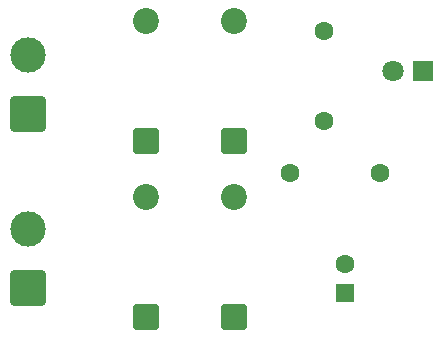
<source format=gbr>
%TF.GenerationSoftware,KiCad,Pcbnew,9.0.7*%
%TF.CreationDate,2026-01-15T12:26:01+05:30*%
%TF.ProjectId,actodc,6163746f-6463-42e6-9b69-6361645f7063,rev?*%
%TF.SameCoordinates,Original*%
%TF.FileFunction,Soldermask,Top*%
%TF.FilePolarity,Negative*%
%FSLAX46Y46*%
G04 Gerber Fmt 4.6, Leading zero omitted, Abs format (unit mm)*
G04 Created by KiCad (PCBNEW 9.0.7) date 2026-01-15 12:26:01*
%MOMM*%
%LPD*%
G01*
G04 APERTURE LIST*
G04 Aperture macros list*
%AMRoundRect*
0 Rectangle with rounded corners*
0 $1 Rounding radius*
0 $2 $3 $4 $5 $6 $7 $8 $9 X,Y pos of 4 corners*
0 Add a 4 corners polygon primitive as box body*
4,1,4,$2,$3,$4,$5,$6,$7,$8,$9,$2,$3,0*
0 Add four circle primitives for the rounded corners*
1,1,$1+$1,$2,$3*
1,1,$1+$1,$4,$5*
1,1,$1+$1,$6,$7*
1,1,$1+$1,$8,$9*
0 Add four rect primitives between the rounded corners*
20,1,$1+$1,$2,$3,$4,$5,0*
20,1,$1+$1,$4,$5,$6,$7,0*
20,1,$1+$1,$6,$7,$8,$9,0*
20,1,$1+$1,$8,$9,$2,$3,0*%
G04 Aperture macros list end*
%ADD10RoundRect,0.249999X0.850001X-0.850001X0.850001X0.850001X-0.850001X0.850001X-0.850001X-0.850001X0*%
%ADD11C,2.200000*%
%ADD12RoundRect,0.249999X1.250001X-1.250001X1.250001X1.250001X-1.250001X1.250001X-1.250001X-1.250001X0*%
%ADD13C,3.000000*%
%ADD14C,1.600000*%
%ADD15R,1.800000X1.800000*%
%ADD16C,1.800000*%
%ADD17RoundRect,0.250000X0.550000X-0.550000X0.550000X0.550000X-0.550000X0.550000X-0.550000X-0.550000X0*%
G04 APERTURE END LIST*
D10*
%TO.C,D3*%
X143250000Y-96500000D03*
D11*
X143250000Y-86340000D03*
%TD*%
D12*
%TO.C,J2*%
X125800000Y-109000000D03*
D13*
X125800000Y-104000000D03*
%TD*%
D14*
%TO.C,R1*%
X150800000Y-94820000D03*
X150800000Y-87200000D03*
%TD*%
D15*
%TO.C,D5*%
X159200000Y-90600000D03*
D16*
X156660000Y-90600000D03*
%TD*%
D10*
%TO.C,D2*%
X135750000Y-111410000D03*
D11*
X135750000Y-101250000D03*
%TD*%
D10*
%TO.C,D1*%
X135750000Y-96500000D03*
D11*
X135750000Y-86340000D03*
%TD*%
D17*
%TO.C,C1*%
X152600000Y-109400000D03*
D14*
X152600000Y-106900000D03*
%TD*%
D10*
%TO.C,D4*%
X143250000Y-111410000D03*
D11*
X143250000Y-101250000D03*
%TD*%
D12*
%TO.C,J1*%
X125800000Y-94200000D03*
D13*
X125800000Y-89200000D03*
%TD*%
D14*
%TO.C,R2*%
X147980000Y-99200000D03*
X155600000Y-99200000D03*
%TD*%
M02*

</source>
